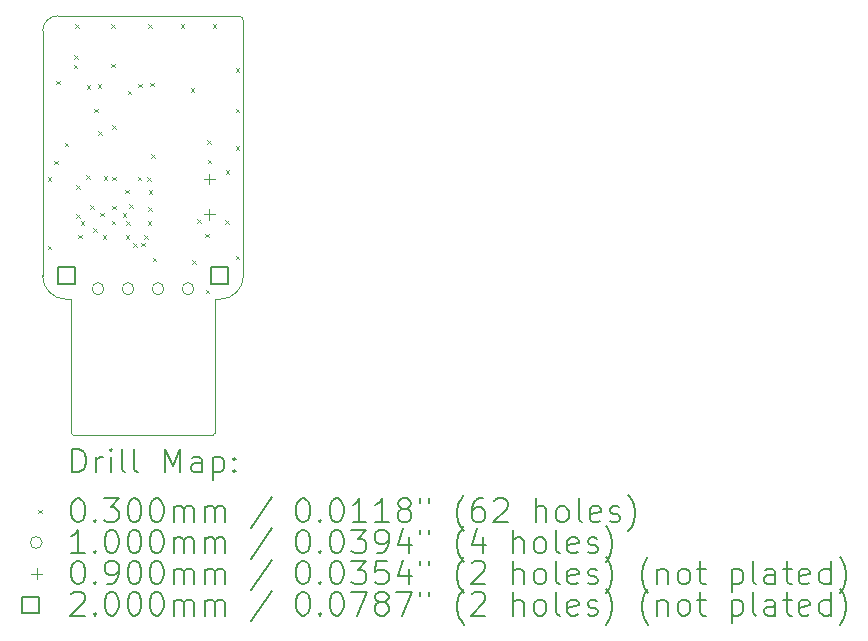
<source format=gbr>
%FSLAX45Y45*%
G04 Gerber Fmt 4.5, Leading zero omitted, Abs format (unit mm)*
G04 Created by KiCad (PCBNEW (5.99.0-7706-gdc1c80beb8)) date 2020-12-31 13:50:07*
%MOMM*%
%LPD*%
G01*
G04 APERTURE LIST*
%TA.AperFunction,Profile*%
%ADD10C,0.100000*%
%TD*%
%ADD11C,0.200000*%
%ADD12C,0.030000*%
%ADD13C,0.100000*%
%ADD14C,0.090000*%
G04 APERTURE END LIST*
D10*
X15650000Y-8850000D02*
G75*
G03*
X15850000Y-8650000I0J200000D01*
G01*
X14350000Y-8850000D02*
G75*
G02*
X14150000Y-8650000I0J200000D01*
G01*
X15650000Y-8850000D02*
X15610000Y-8850000D01*
X15595000Y-10000000D02*
X14405000Y-10000000D01*
X14150000Y-8650000D02*
X14150000Y-6577500D01*
X15850000Y-6490000D02*
X15850000Y-8650000D01*
X15610000Y-8850000D02*
X15610000Y-9985000D01*
X14150000Y-6577500D02*
G75*
G02*
X14277500Y-6450000I127500J0D01*
G01*
X15810000Y-6450000D02*
G75*
G02*
X15850000Y-6490000I0J-40000D01*
G01*
X14277500Y-6450000D02*
X15810000Y-6450000D01*
X14390000Y-9985000D02*
X14390000Y-8850000D01*
X14350000Y-8850000D02*
X14390000Y-8850000D01*
X14390000Y-9985000D02*
G75*
G03*
X14405000Y-10000000I15000J0D01*
G01*
X15610000Y-9985000D02*
G75*
G02*
X15595000Y-10000000I-15000J0D01*
G01*
D11*
D12*
X14192500Y-8397500D02*
X14222500Y-8427500D01*
X14222500Y-8397500D02*
X14192500Y-8427500D01*
X14193127Y-7815627D02*
X14223127Y-7845627D01*
X14223127Y-7815627D02*
X14193127Y-7845627D01*
X14247500Y-7675000D02*
X14277500Y-7705000D01*
X14277500Y-7675000D02*
X14247500Y-7705000D01*
X14267500Y-6997500D02*
X14297500Y-7027500D01*
X14297500Y-6997500D02*
X14267500Y-7027500D01*
X14339000Y-7523000D02*
X14369000Y-7553000D01*
X14369000Y-7523000D02*
X14339000Y-7553000D01*
X14415000Y-6862500D02*
X14445000Y-6892500D01*
X14445000Y-6862500D02*
X14415000Y-6892500D01*
X14418500Y-6782500D02*
X14448500Y-6812500D01*
X14448500Y-6782500D02*
X14418500Y-6812500D01*
X14425000Y-6520000D02*
X14455000Y-6550000D01*
X14455000Y-6520000D02*
X14425000Y-6550000D01*
X14432649Y-7882501D02*
X14462649Y-7912501D01*
X14462649Y-7882501D02*
X14432649Y-7912501D01*
X14435000Y-8130000D02*
X14465000Y-8160000D01*
X14465000Y-8130000D02*
X14435000Y-8160000D01*
X14451000Y-8303000D02*
X14481000Y-8333000D01*
X14481000Y-8303000D02*
X14451000Y-8333000D01*
X14472500Y-8190000D02*
X14502500Y-8220000D01*
X14502500Y-8190000D02*
X14472500Y-8220000D01*
X14517500Y-7800000D02*
X14547500Y-7830000D01*
X14547500Y-7800000D02*
X14517500Y-7830000D01*
X14522000Y-7037000D02*
X14552000Y-7067000D01*
X14552000Y-7037000D02*
X14522000Y-7067000D01*
X14555001Y-8052000D02*
X14585001Y-8082000D01*
X14585001Y-8052000D02*
X14555001Y-8082000D01*
X14580000Y-8247500D02*
X14610000Y-8277500D01*
X14610000Y-8247500D02*
X14580000Y-8277500D01*
X14585000Y-7237500D02*
X14615000Y-7267500D01*
X14615000Y-7237500D02*
X14585000Y-7267500D01*
X14617000Y-7031000D02*
X14647000Y-7061000D01*
X14647000Y-7031000D02*
X14617000Y-7061000D01*
X14620000Y-7425000D02*
X14650000Y-7455000D01*
X14650000Y-7425000D02*
X14620000Y-7455000D01*
X14637000Y-8117000D02*
X14667000Y-8147000D01*
X14667000Y-8117000D02*
X14637000Y-8147000D01*
X14658000Y-8307000D02*
X14688000Y-8337000D01*
X14688000Y-8307000D02*
X14658000Y-8337000D01*
X14667500Y-7810000D02*
X14697500Y-7840000D01*
X14697500Y-7810000D02*
X14667500Y-7840000D01*
X14730000Y-6520000D02*
X14760000Y-6550000D01*
X14760000Y-6520000D02*
X14730000Y-6550000D01*
X14730000Y-6855000D02*
X14760000Y-6885000D01*
X14760000Y-6855000D02*
X14730000Y-6885000D01*
X14735000Y-8186000D02*
X14765000Y-8216000D01*
X14765000Y-8186000D02*
X14735000Y-8216000D01*
X14737500Y-7377500D02*
X14767500Y-7407500D01*
X14767500Y-7377500D02*
X14737500Y-7407500D01*
X14738000Y-7812000D02*
X14768000Y-7842000D01*
X14768000Y-7812000D02*
X14738000Y-7842000D01*
X14738337Y-8058715D02*
X14768337Y-8088715D01*
X14768337Y-8058715D02*
X14738337Y-8088715D01*
X14827000Y-8122000D02*
X14857000Y-8152000D01*
X14857000Y-8122000D02*
X14827000Y-8152000D01*
X14848000Y-7924000D02*
X14878000Y-7954000D01*
X14878000Y-7924000D02*
X14848000Y-7954000D01*
X14854000Y-8307000D02*
X14884000Y-8337000D01*
X14884000Y-8307000D02*
X14854000Y-8337000D01*
X14856000Y-8190000D02*
X14886000Y-8220000D01*
X14886000Y-8190000D02*
X14856000Y-8220000D01*
X14870000Y-7085000D02*
X14900000Y-7115000D01*
X14900000Y-7085000D02*
X14870000Y-7115000D01*
X14884000Y-8046000D02*
X14914000Y-8076000D01*
X14914000Y-8046000D02*
X14884000Y-8076000D01*
X14917040Y-8373320D02*
X14947040Y-8403320D01*
X14947040Y-8373320D02*
X14917040Y-8403320D01*
X14956000Y-7814000D02*
X14986000Y-7844000D01*
X14986000Y-7814000D02*
X14956000Y-7844000D01*
X14960000Y-7025000D02*
X14990000Y-7055000D01*
X14990000Y-7025000D02*
X14960000Y-7055000D01*
X14985000Y-8372000D02*
X15015000Y-8402000D01*
X15015000Y-8372000D02*
X14985000Y-8402000D01*
X15008309Y-8307557D02*
X15038309Y-8337557D01*
X15038309Y-8307557D02*
X15008309Y-8337557D01*
X15035000Y-7817500D02*
X15065000Y-7847500D01*
X15065000Y-7817500D02*
X15035000Y-7847500D01*
X15040000Y-8187000D02*
X15070000Y-8217000D01*
X15070000Y-8187000D02*
X15040000Y-8217000D01*
X15042000Y-8072000D02*
X15072000Y-8102000D01*
X15072000Y-8072000D02*
X15042000Y-8102000D01*
X15045000Y-6520000D02*
X15075000Y-6550000D01*
X15075000Y-6520000D02*
X15045000Y-6550000D01*
X15047500Y-7925000D02*
X15077500Y-7955000D01*
X15077500Y-7925000D02*
X15047500Y-7955000D01*
X15060000Y-7015000D02*
X15090000Y-7045000D01*
X15090000Y-7015000D02*
X15060000Y-7045000D01*
X15070000Y-7620000D02*
X15100000Y-7650000D01*
X15100000Y-7620000D02*
X15070000Y-7650000D01*
X15082000Y-8499000D02*
X15112000Y-8529000D01*
X15112000Y-8499000D02*
X15082000Y-8529000D01*
X15320000Y-6520000D02*
X15350000Y-6550000D01*
X15350000Y-6520000D02*
X15320000Y-6550000D01*
X15405000Y-7065000D02*
X15435000Y-7095000D01*
X15435000Y-7065000D02*
X15405000Y-7095000D01*
X15417500Y-8520000D02*
X15447500Y-8550000D01*
X15447500Y-8520000D02*
X15417500Y-8550000D01*
X15458603Y-8170878D02*
X15488603Y-8200878D01*
X15488603Y-8170878D02*
X15458603Y-8200878D01*
X15525000Y-8295000D02*
X15555000Y-8325000D01*
X15555000Y-8295000D02*
X15525000Y-8325000D01*
X15530000Y-8770000D02*
X15560000Y-8800000D01*
X15560000Y-8770000D02*
X15530000Y-8800000D01*
X15545000Y-7502500D02*
X15575000Y-7532500D01*
X15575000Y-7502500D02*
X15545000Y-7532500D01*
X15548500Y-7667500D02*
X15578500Y-7697500D01*
X15578500Y-7667500D02*
X15548500Y-7697500D01*
X15590000Y-6520000D02*
X15620000Y-6550000D01*
X15620000Y-6520000D02*
X15590000Y-6550000D01*
X15698000Y-8181000D02*
X15728000Y-8211000D01*
X15728000Y-8181000D02*
X15698000Y-8211000D01*
X15700000Y-7755000D02*
X15730000Y-7785000D01*
X15730000Y-7755000D02*
X15700000Y-7785000D01*
X15785000Y-6895000D02*
X15815000Y-6925000D01*
X15815000Y-6895000D02*
X15785000Y-6925000D01*
X15785000Y-7235000D02*
X15815000Y-7265000D01*
X15815000Y-7235000D02*
X15785000Y-7265000D01*
X15785000Y-7555000D02*
X15815000Y-7585000D01*
X15815000Y-7555000D02*
X15785000Y-7585000D01*
X15785000Y-8480000D02*
X15815000Y-8510000D01*
X15815000Y-8480000D02*
X15785000Y-8510000D01*
D13*
X14669000Y-8760000D02*
G75*
G03*
X14669000Y-8760000I-50000J0D01*
G01*
X14923000Y-8760000D02*
G75*
G03*
X14923000Y-8760000I-50000J0D01*
G01*
X15177000Y-8760000D02*
G75*
G03*
X15177000Y-8760000I-50000J0D01*
G01*
X15431000Y-8760000D02*
G75*
G03*
X15431000Y-8760000I-50000J0D01*
G01*
D14*
X15562500Y-7785000D02*
X15562500Y-7875000D01*
X15517500Y-7830000D02*
X15607500Y-7830000D01*
X15562500Y-8085000D02*
X15562500Y-8175000D01*
X15517500Y-8130000D02*
X15607500Y-8130000D01*
D11*
X14420711Y-8720711D02*
X14420711Y-8579289D01*
X14279289Y-8579289D01*
X14279289Y-8720711D01*
X14420711Y-8720711D01*
X15720711Y-8720711D02*
X15720711Y-8579289D01*
X15579289Y-8579289D01*
X15579289Y-8720711D01*
X15720711Y-8720711D01*
X14402619Y-10315476D02*
X14402619Y-10115476D01*
X14450238Y-10115476D01*
X14478810Y-10125000D01*
X14497857Y-10144048D01*
X14507381Y-10163095D01*
X14516905Y-10201190D01*
X14516905Y-10229762D01*
X14507381Y-10267857D01*
X14497857Y-10286905D01*
X14478810Y-10305952D01*
X14450238Y-10315476D01*
X14402619Y-10315476D01*
X14602619Y-10315476D02*
X14602619Y-10182143D01*
X14602619Y-10220238D02*
X14612143Y-10201190D01*
X14621667Y-10191667D01*
X14640714Y-10182143D01*
X14659762Y-10182143D01*
X14726429Y-10315476D02*
X14726429Y-10182143D01*
X14726429Y-10115476D02*
X14716905Y-10125000D01*
X14726429Y-10134524D01*
X14735952Y-10125000D01*
X14726429Y-10115476D01*
X14726429Y-10134524D01*
X14850238Y-10315476D02*
X14831190Y-10305952D01*
X14821667Y-10286905D01*
X14821667Y-10115476D01*
X14955000Y-10315476D02*
X14935952Y-10305952D01*
X14926429Y-10286905D01*
X14926429Y-10115476D01*
X15183571Y-10315476D02*
X15183571Y-10115476D01*
X15250238Y-10258333D01*
X15316905Y-10115476D01*
X15316905Y-10315476D01*
X15497857Y-10315476D02*
X15497857Y-10210714D01*
X15488333Y-10191667D01*
X15469286Y-10182143D01*
X15431190Y-10182143D01*
X15412143Y-10191667D01*
X15497857Y-10305952D02*
X15478810Y-10315476D01*
X15431190Y-10315476D01*
X15412143Y-10305952D01*
X15402619Y-10286905D01*
X15402619Y-10267857D01*
X15412143Y-10248810D01*
X15431190Y-10239286D01*
X15478810Y-10239286D01*
X15497857Y-10229762D01*
X15593095Y-10182143D02*
X15593095Y-10382143D01*
X15593095Y-10191667D02*
X15612143Y-10182143D01*
X15650238Y-10182143D01*
X15669286Y-10191667D01*
X15678810Y-10201190D01*
X15688333Y-10220238D01*
X15688333Y-10277381D01*
X15678810Y-10296429D01*
X15669286Y-10305952D01*
X15650238Y-10315476D01*
X15612143Y-10315476D01*
X15593095Y-10305952D01*
X15774048Y-10296429D02*
X15783571Y-10305952D01*
X15774048Y-10315476D01*
X15764524Y-10305952D01*
X15774048Y-10296429D01*
X15774048Y-10315476D01*
X15774048Y-10191667D02*
X15783571Y-10201190D01*
X15774048Y-10210714D01*
X15764524Y-10201190D01*
X15774048Y-10191667D01*
X15774048Y-10210714D01*
D12*
X14115000Y-10630000D02*
X14145000Y-10660000D01*
X14145000Y-10630000D02*
X14115000Y-10660000D01*
D11*
X14440714Y-10535476D02*
X14459762Y-10535476D01*
X14478810Y-10545000D01*
X14488333Y-10554524D01*
X14497857Y-10573571D01*
X14507381Y-10611667D01*
X14507381Y-10659286D01*
X14497857Y-10697381D01*
X14488333Y-10716429D01*
X14478810Y-10725952D01*
X14459762Y-10735476D01*
X14440714Y-10735476D01*
X14421667Y-10725952D01*
X14412143Y-10716429D01*
X14402619Y-10697381D01*
X14393095Y-10659286D01*
X14393095Y-10611667D01*
X14402619Y-10573571D01*
X14412143Y-10554524D01*
X14421667Y-10545000D01*
X14440714Y-10535476D01*
X14593095Y-10716429D02*
X14602619Y-10725952D01*
X14593095Y-10735476D01*
X14583571Y-10725952D01*
X14593095Y-10716429D01*
X14593095Y-10735476D01*
X14669286Y-10535476D02*
X14793095Y-10535476D01*
X14726429Y-10611667D01*
X14755000Y-10611667D01*
X14774048Y-10621190D01*
X14783571Y-10630714D01*
X14793095Y-10649762D01*
X14793095Y-10697381D01*
X14783571Y-10716429D01*
X14774048Y-10725952D01*
X14755000Y-10735476D01*
X14697857Y-10735476D01*
X14678810Y-10725952D01*
X14669286Y-10716429D01*
X14916905Y-10535476D02*
X14935952Y-10535476D01*
X14955000Y-10545000D01*
X14964524Y-10554524D01*
X14974048Y-10573571D01*
X14983571Y-10611667D01*
X14983571Y-10659286D01*
X14974048Y-10697381D01*
X14964524Y-10716429D01*
X14955000Y-10725952D01*
X14935952Y-10735476D01*
X14916905Y-10735476D01*
X14897857Y-10725952D01*
X14888333Y-10716429D01*
X14878810Y-10697381D01*
X14869286Y-10659286D01*
X14869286Y-10611667D01*
X14878810Y-10573571D01*
X14888333Y-10554524D01*
X14897857Y-10545000D01*
X14916905Y-10535476D01*
X15107381Y-10535476D02*
X15126429Y-10535476D01*
X15145476Y-10545000D01*
X15155000Y-10554524D01*
X15164524Y-10573571D01*
X15174048Y-10611667D01*
X15174048Y-10659286D01*
X15164524Y-10697381D01*
X15155000Y-10716429D01*
X15145476Y-10725952D01*
X15126429Y-10735476D01*
X15107381Y-10735476D01*
X15088333Y-10725952D01*
X15078810Y-10716429D01*
X15069286Y-10697381D01*
X15059762Y-10659286D01*
X15059762Y-10611667D01*
X15069286Y-10573571D01*
X15078810Y-10554524D01*
X15088333Y-10545000D01*
X15107381Y-10535476D01*
X15259762Y-10735476D02*
X15259762Y-10602143D01*
X15259762Y-10621190D02*
X15269286Y-10611667D01*
X15288333Y-10602143D01*
X15316905Y-10602143D01*
X15335952Y-10611667D01*
X15345476Y-10630714D01*
X15345476Y-10735476D01*
X15345476Y-10630714D02*
X15355000Y-10611667D01*
X15374048Y-10602143D01*
X15402619Y-10602143D01*
X15421667Y-10611667D01*
X15431190Y-10630714D01*
X15431190Y-10735476D01*
X15526429Y-10735476D02*
X15526429Y-10602143D01*
X15526429Y-10621190D02*
X15535952Y-10611667D01*
X15555000Y-10602143D01*
X15583571Y-10602143D01*
X15602619Y-10611667D01*
X15612143Y-10630714D01*
X15612143Y-10735476D01*
X15612143Y-10630714D02*
X15621667Y-10611667D01*
X15640714Y-10602143D01*
X15669286Y-10602143D01*
X15688333Y-10611667D01*
X15697857Y-10630714D01*
X15697857Y-10735476D01*
X16088333Y-10525952D02*
X15916905Y-10783095D01*
X16345476Y-10535476D02*
X16364524Y-10535476D01*
X16383571Y-10545000D01*
X16393095Y-10554524D01*
X16402619Y-10573571D01*
X16412143Y-10611667D01*
X16412143Y-10659286D01*
X16402619Y-10697381D01*
X16393095Y-10716429D01*
X16383571Y-10725952D01*
X16364524Y-10735476D01*
X16345476Y-10735476D01*
X16326429Y-10725952D01*
X16316905Y-10716429D01*
X16307381Y-10697381D01*
X16297857Y-10659286D01*
X16297857Y-10611667D01*
X16307381Y-10573571D01*
X16316905Y-10554524D01*
X16326429Y-10545000D01*
X16345476Y-10535476D01*
X16497857Y-10716429D02*
X16507381Y-10725952D01*
X16497857Y-10735476D01*
X16488333Y-10725952D01*
X16497857Y-10716429D01*
X16497857Y-10735476D01*
X16631190Y-10535476D02*
X16650238Y-10535476D01*
X16669286Y-10545000D01*
X16678810Y-10554524D01*
X16688333Y-10573571D01*
X16697857Y-10611667D01*
X16697857Y-10659286D01*
X16688333Y-10697381D01*
X16678810Y-10716429D01*
X16669286Y-10725952D01*
X16650238Y-10735476D01*
X16631190Y-10735476D01*
X16612143Y-10725952D01*
X16602619Y-10716429D01*
X16593095Y-10697381D01*
X16583571Y-10659286D01*
X16583571Y-10611667D01*
X16593095Y-10573571D01*
X16602619Y-10554524D01*
X16612143Y-10545000D01*
X16631190Y-10535476D01*
X16888333Y-10735476D02*
X16774048Y-10735476D01*
X16831190Y-10735476D02*
X16831190Y-10535476D01*
X16812143Y-10564048D01*
X16793095Y-10583095D01*
X16774048Y-10592619D01*
X17078810Y-10735476D02*
X16964524Y-10735476D01*
X17021667Y-10735476D02*
X17021667Y-10535476D01*
X17002619Y-10564048D01*
X16983571Y-10583095D01*
X16964524Y-10592619D01*
X17193095Y-10621190D02*
X17174048Y-10611667D01*
X17164524Y-10602143D01*
X17155000Y-10583095D01*
X17155000Y-10573571D01*
X17164524Y-10554524D01*
X17174048Y-10545000D01*
X17193095Y-10535476D01*
X17231190Y-10535476D01*
X17250238Y-10545000D01*
X17259762Y-10554524D01*
X17269286Y-10573571D01*
X17269286Y-10583095D01*
X17259762Y-10602143D01*
X17250238Y-10611667D01*
X17231190Y-10621190D01*
X17193095Y-10621190D01*
X17174048Y-10630714D01*
X17164524Y-10640238D01*
X17155000Y-10659286D01*
X17155000Y-10697381D01*
X17164524Y-10716429D01*
X17174048Y-10725952D01*
X17193095Y-10735476D01*
X17231190Y-10735476D01*
X17250238Y-10725952D01*
X17259762Y-10716429D01*
X17269286Y-10697381D01*
X17269286Y-10659286D01*
X17259762Y-10640238D01*
X17250238Y-10630714D01*
X17231190Y-10621190D01*
X17345476Y-10535476D02*
X17345476Y-10573571D01*
X17421667Y-10535476D02*
X17421667Y-10573571D01*
X17716905Y-10811667D02*
X17707381Y-10802143D01*
X17688333Y-10773571D01*
X17678810Y-10754524D01*
X17669286Y-10725952D01*
X17659762Y-10678333D01*
X17659762Y-10640238D01*
X17669286Y-10592619D01*
X17678810Y-10564048D01*
X17688333Y-10545000D01*
X17707381Y-10516429D01*
X17716905Y-10506905D01*
X17878810Y-10535476D02*
X17840714Y-10535476D01*
X17821667Y-10545000D01*
X17812143Y-10554524D01*
X17793095Y-10583095D01*
X17783571Y-10621190D01*
X17783571Y-10697381D01*
X17793095Y-10716429D01*
X17802619Y-10725952D01*
X17821667Y-10735476D01*
X17859762Y-10735476D01*
X17878810Y-10725952D01*
X17888333Y-10716429D01*
X17897857Y-10697381D01*
X17897857Y-10649762D01*
X17888333Y-10630714D01*
X17878810Y-10621190D01*
X17859762Y-10611667D01*
X17821667Y-10611667D01*
X17802619Y-10621190D01*
X17793095Y-10630714D01*
X17783571Y-10649762D01*
X17974048Y-10554524D02*
X17983571Y-10545000D01*
X18002619Y-10535476D01*
X18050238Y-10535476D01*
X18069286Y-10545000D01*
X18078810Y-10554524D01*
X18088333Y-10573571D01*
X18088333Y-10592619D01*
X18078810Y-10621190D01*
X17964524Y-10735476D01*
X18088333Y-10735476D01*
X18326429Y-10735476D02*
X18326429Y-10535476D01*
X18412143Y-10735476D02*
X18412143Y-10630714D01*
X18402619Y-10611667D01*
X18383571Y-10602143D01*
X18355000Y-10602143D01*
X18335952Y-10611667D01*
X18326429Y-10621190D01*
X18535952Y-10735476D02*
X18516905Y-10725952D01*
X18507381Y-10716429D01*
X18497857Y-10697381D01*
X18497857Y-10640238D01*
X18507381Y-10621190D01*
X18516905Y-10611667D01*
X18535952Y-10602143D01*
X18564524Y-10602143D01*
X18583571Y-10611667D01*
X18593095Y-10621190D01*
X18602619Y-10640238D01*
X18602619Y-10697381D01*
X18593095Y-10716429D01*
X18583571Y-10725952D01*
X18564524Y-10735476D01*
X18535952Y-10735476D01*
X18716905Y-10735476D02*
X18697857Y-10725952D01*
X18688333Y-10706905D01*
X18688333Y-10535476D01*
X18869286Y-10725952D02*
X18850238Y-10735476D01*
X18812143Y-10735476D01*
X18793095Y-10725952D01*
X18783571Y-10706905D01*
X18783571Y-10630714D01*
X18793095Y-10611667D01*
X18812143Y-10602143D01*
X18850238Y-10602143D01*
X18869286Y-10611667D01*
X18878810Y-10630714D01*
X18878810Y-10649762D01*
X18783571Y-10668810D01*
X18955000Y-10725952D02*
X18974048Y-10735476D01*
X19012143Y-10735476D01*
X19031190Y-10725952D01*
X19040714Y-10706905D01*
X19040714Y-10697381D01*
X19031190Y-10678333D01*
X19012143Y-10668810D01*
X18983571Y-10668810D01*
X18964524Y-10659286D01*
X18955000Y-10640238D01*
X18955000Y-10630714D01*
X18964524Y-10611667D01*
X18983571Y-10602143D01*
X19012143Y-10602143D01*
X19031190Y-10611667D01*
X19107381Y-10811667D02*
X19116905Y-10802143D01*
X19135952Y-10773571D01*
X19145476Y-10754524D01*
X19155000Y-10725952D01*
X19164524Y-10678333D01*
X19164524Y-10640238D01*
X19155000Y-10592619D01*
X19145476Y-10564048D01*
X19135952Y-10545000D01*
X19116905Y-10516429D01*
X19107381Y-10506905D01*
D13*
X14145000Y-10909000D02*
G75*
G03*
X14145000Y-10909000I-50000J0D01*
G01*
D11*
X14507381Y-10999476D02*
X14393095Y-10999476D01*
X14450238Y-10999476D02*
X14450238Y-10799476D01*
X14431190Y-10828048D01*
X14412143Y-10847095D01*
X14393095Y-10856619D01*
X14593095Y-10980429D02*
X14602619Y-10989952D01*
X14593095Y-10999476D01*
X14583571Y-10989952D01*
X14593095Y-10980429D01*
X14593095Y-10999476D01*
X14726429Y-10799476D02*
X14745476Y-10799476D01*
X14764524Y-10809000D01*
X14774048Y-10818524D01*
X14783571Y-10837571D01*
X14793095Y-10875667D01*
X14793095Y-10923286D01*
X14783571Y-10961381D01*
X14774048Y-10980429D01*
X14764524Y-10989952D01*
X14745476Y-10999476D01*
X14726429Y-10999476D01*
X14707381Y-10989952D01*
X14697857Y-10980429D01*
X14688333Y-10961381D01*
X14678810Y-10923286D01*
X14678810Y-10875667D01*
X14688333Y-10837571D01*
X14697857Y-10818524D01*
X14707381Y-10809000D01*
X14726429Y-10799476D01*
X14916905Y-10799476D02*
X14935952Y-10799476D01*
X14955000Y-10809000D01*
X14964524Y-10818524D01*
X14974048Y-10837571D01*
X14983571Y-10875667D01*
X14983571Y-10923286D01*
X14974048Y-10961381D01*
X14964524Y-10980429D01*
X14955000Y-10989952D01*
X14935952Y-10999476D01*
X14916905Y-10999476D01*
X14897857Y-10989952D01*
X14888333Y-10980429D01*
X14878810Y-10961381D01*
X14869286Y-10923286D01*
X14869286Y-10875667D01*
X14878810Y-10837571D01*
X14888333Y-10818524D01*
X14897857Y-10809000D01*
X14916905Y-10799476D01*
X15107381Y-10799476D02*
X15126429Y-10799476D01*
X15145476Y-10809000D01*
X15155000Y-10818524D01*
X15164524Y-10837571D01*
X15174048Y-10875667D01*
X15174048Y-10923286D01*
X15164524Y-10961381D01*
X15155000Y-10980429D01*
X15145476Y-10989952D01*
X15126429Y-10999476D01*
X15107381Y-10999476D01*
X15088333Y-10989952D01*
X15078810Y-10980429D01*
X15069286Y-10961381D01*
X15059762Y-10923286D01*
X15059762Y-10875667D01*
X15069286Y-10837571D01*
X15078810Y-10818524D01*
X15088333Y-10809000D01*
X15107381Y-10799476D01*
X15259762Y-10999476D02*
X15259762Y-10866143D01*
X15259762Y-10885190D02*
X15269286Y-10875667D01*
X15288333Y-10866143D01*
X15316905Y-10866143D01*
X15335952Y-10875667D01*
X15345476Y-10894714D01*
X15345476Y-10999476D01*
X15345476Y-10894714D02*
X15355000Y-10875667D01*
X15374048Y-10866143D01*
X15402619Y-10866143D01*
X15421667Y-10875667D01*
X15431190Y-10894714D01*
X15431190Y-10999476D01*
X15526429Y-10999476D02*
X15526429Y-10866143D01*
X15526429Y-10885190D02*
X15535952Y-10875667D01*
X15555000Y-10866143D01*
X15583571Y-10866143D01*
X15602619Y-10875667D01*
X15612143Y-10894714D01*
X15612143Y-10999476D01*
X15612143Y-10894714D02*
X15621667Y-10875667D01*
X15640714Y-10866143D01*
X15669286Y-10866143D01*
X15688333Y-10875667D01*
X15697857Y-10894714D01*
X15697857Y-10999476D01*
X16088333Y-10789952D02*
X15916905Y-11047095D01*
X16345476Y-10799476D02*
X16364524Y-10799476D01*
X16383571Y-10809000D01*
X16393095Y-10818524D01*
X16402619Y-10837571D01*
X16412143Y-10875667D01*
X16412143Y-10923286D01*
X16402619Y-10961381D01*
X16393095Y-10980429D01*
X16383571Y-10989952D01*
X16364524Y-10999476D01*
X16345476Y-10999476D01*
X16326429Y-10989952D01*
X16316905Y-10980429D01*
X16307381Y-10961381D01*
X16297857Y-10923286D01*
X16297857Y-10875667D01*
X16307381Y-10837571D01*
X16316905Y-10818524D01*
X16326429Y-10809000D01*
X16345476Y-10799476D01*
X16497857Y-10980429D02*
X16507381Y-10989952D01*
X16497857Y-10999476D01*
X16488333Y-10989952D01*
X16497857Y-10980429D01*
X16497857Y-10999476D01*
X16631190Y-10799476D02*
X16650238Y-10799476D01*
X16669286Y-10809000D01*
X16678810Y-10818524D01*
X16688333Y-10837571D01*
X16697857Y-10875667D01*
X16697857Y-10923286D01*
X16688333Y-10961381D01*
X16678810Y-10980429D01*
X16669286Y-10989952D01*
X16650238Y-10999476D01*
X16631190Y-10999476D01*
X16612143Y-10989952D01*
X16602619Y-10980429D01*
X16593095Y-10961381D01*
X16583571Y-10923286D01*
X16583571Y-10875667D01*
X16593095Y-10837571D01*
X16602619Y-10818524D01*
X16612143Y-10809000D01*
X16631190Y-10799476D01*
X16764524Y-10799476D02*
X16888333Y-10799476D01*
X16821667Y-10875667D01*
X16850238Y-10875667D01*
X16869286Y-10885190D01*
X16878810Y-10894714D01*
X16888333Y-10913762D01*
X16888333Y-10961381D01*
X16878810Y-10980429D01*
X16869286Y-10989952D01*
X16850238Y-10999476D01*
X16793095Y-10999476D01*
X16774048Y-10989952D01*
X16764524Y-10980429D01*
X16983571Y-10999476D02*
X17021667Y-10999476D01*
X17040714Y-10989952D01*
X17050238Y-10980429D01*
X17069286Y-10951857D01*
X17078810Y-10913762D01*
X17078810Y-10837571D01*
X17069286Y-10818524D01*
X17059762Y-10809000D01*
X17040714Y-10799476D01*
X17002619Y-10799476D01*
X16983571Y-10809000D01*
X16974048Y-10818524D01*
X16964524Y-10837571D01*
X16964524Y-10885190D01*
X16974048Y-10904238D01*
X16983571Y-10913762D01*
X17002619Y-10923286D01*
X17040714Y-10923286D01*
X17059762Y-10913762D01*
X17069286Y-10904238D01*
X17078810Y-10885190D01*
X17250238Y-10866143D02*
X17250238Y-10999476D01*
X17202619Y-10789952D02*
X17155000Y-10932810D01*
X17278810Y-10932810D01*
X17345476Y-10799476D02*
X17345476Y-10837571D01*
X17421667Y-10799476D02*
X17421667Y-10837571D01*
X17716905Y-11075667D02*
X17707381Y-11066143D01*
X17688333Y-11037571D01*
X17678810Y-11018524D01*
X17669286Y-10989952D01*
X17659762Y-10942333D01*
X17659762Y-10904238D01*
X17669286Y-10856619D01*
X17678810Y-10828048D01*
X17688333Y-10809000D01*
X17707381Y-10780429D01*
X17716905Y-10770905D01*
X17878810Y-10866143D02*
X17878810Y-10999476D01*
X17831190Y-10789952D02*
X17783571Y-10932810D01*
X17907381Y-10932810D01*
X18135952Y-10999476D02*
X18135952Y-10799476D01*
X18221667Y-10999476D02*
X18221667Y-10894714D01*
X18212143Y-10875667D01*
X18193095Y-10866143D01*
X18164524Y-10866143D01*
X18145476Y-10875667D01*
X18135952Y-10885190D01*
X18345476Y-10999476D02*
X18326429Y-10989952D01*
X18316905Y-10980429D01*
X18307381Y-10961381D01*
X18307381Y-10904238D01*
X18316905Y-10885190D01*
X18326429Y-10875667D01*
X18345476Y-10866143D01*
X18374048Y-10866143D01*
X18393095Y-10875667D01*
X18402619Y-10885190D01*
X18412143Y-10904238D01*
X18412143Y-10961381D01*
X18402619Y-10980429D01*
X18393095Y-10989952D01*
X18374048Y-10999476D01*
X18345476Y-10999476D01*
X18526429Y-10999476D02*
X18507381Y-10989952D01*
X18497857Y-10970905D01*
X18497857Y-10799476D01*
X18678810Y-10989952D02*
X18659762Y-10999476D01*
X18621667Y-10999476D01*
X18602619Y-10989952D01*
X18593095Y-10970905D01*
X18593095Y-10894714D01*
X18602619Y-10875667D01*
X18621667Y-10866143D01*
X18659762Y-10866143D01*
X18678810Y-10875667D01*
X18688333Y-10894714D01*
X18688333Y-10913762D01*
X18593095Y-10932810D01*
X18764524Y-10989952D02*
X18783571Y-10999476D01*
X18821667Y-10999476D01*
X18840714Y-10989952D01*
X18850238Y-10970905D01*
X18850238Y-10961381D01*
X18840714Y-10942333D01*
X18821667Y-10932810D01*
X18793095Y-10932810D01*
X18774048Y-10923286D01*
X18764524Y-10904238D01*
X18764524Y-10894714D01*
X18774048Y-10875667D01*
X18793095Y-10866143D01*
X18821667Y-10866143D01*
X18840714Y-10875667D01*
X18916905Y-11075667D02*
X18926429Y-11066143D01*
X18945476Y-11037571D01*
X18955000Y-11018524D01*
X18964524Y-10989952D01*
X18974048Y-10942333D01*
X18974048Y-10904238D01*
X18964524Y-10856619D01*
X18955000Y-10828048D01*
X18945476Y-10809000D01*
X18926429Y-10780429D01*
X18916905Y-10770905D01*
D14*
X14100000Y-11128000D02*
X14100000Y-11218000D01*
X14055000Y-11173000D02*
X14145000Y-11173000D01*
D11*
X14440714Y-11063476D02*
X14459762Y-11063476D01*
X14478810Y-11073000D01*
X14488333Y-11082524D01*
X14497857Y-11101571D01*
X14507381Y-11139667D01*
X14507381Y-11187286D01*
X14497857Y-11225381D01*
X14488333Y-11244429D01*
X14478810Y-11253952D01*
X14459762Y-11263476D01*
X14440714Y-11263476D01*
X14421667Y-11253952D01*
X14412143Y-11244429D01*
X14402619Y-11225381D01*
X14393095Y-11187286D01*
X14393095Y-11139667D01*
X14402619Y-11101571D01*
X14412143Y-11082524D01*
X14421667Y-11073000D01*
X14440714Y-11063476D01*
X14593095Y-11244429D02*
X14602619Y-11253952D01*
X14593095Y-11263476D01*
X14583571Y-11253952D01*
X14593095Y-11244429D01*
X14593095Y-11263476D01*
X14697857Y-11263476D02*
X14735952Y-11263476D01*
X14755000Y-11253952D01*
X14764524Y-11244429D01*
X14783571Y-11215857D01*
X14793095Y-11177762D01*
X14793095Y-11101571D01*
X14783571Y-11082524D01*
X14774048Y-11073000D01*
X14755000Y-11063476D01*
X14716905Y-11063476D01*
X14697857Y-11073000D01*
X14688333Y-11082524D01*
X14678810Y-11101571D01*
X14678810Y-11149190D01*
X14688333Y-11168238D01*
X14697857Y-11177762D01*
X14716905Y-11187286D01*
X14755000Y-11187286D01*
X14774048Y-11177762D01*
X14783571Y-11168238D01*
X14793095Y-11149190D01*
X14916905Y-11063476D02*
X14935952Y-11063476D01*
X14955000Y-11073000D01*
X14964524Y-11082524D01*
X14974048Y-11101571D01*
X14983571Y-11139667D01*
X14983571Y-11187286D01*
X14974048Y-11225381D01*
X14964524Y-11244429D01*
X14955000Y-11253952D01*
X14935952Y-11263476D01*
X14916905Y-11263476D01*
X14897857Y-11253952D01*
X14888333Y-11244429D01*
X14878810Y-11225381D01*
X14869286Y-11187286D01*
X14869286Y-11139667D01*
X14878810Y-11101571D01*
X14888333Y-11082524D01*
X14897857Y-11073000D01*
X14916905Y-11063476D01*
X15107381Y-11063476D02*
X15126429Y-11063476D01*
X15145476Y-11073000D01*
X15155000Y-11082524D01*
X15164524Y-11101571D01*
X15174048Y-11139667D01*
X15174048Y-11187286D01*
X15164524Y-11225381D01*
X15155000Y-11244429D01*
X15145476Y-11253952D01*
X15126429Y-11263476D01*
X15107381Y-11263476D01*
X15088333Y-11253952D01*
X15078810Y-11244429D01*
X15069286Y-11225381D01*
X15059762Y-11187286D01*
X15059762Y-11139667D01*
X15069286Y-11101571D01*
X15078810Y-11082524D01*
X15088333Y-11073000D01*
X15107381Y-11063476D01*
X15259762Y-11263476D02*
X15259762Y-11130143D01*
X15259762Y-11149190D02*
X15269286Y-11139667D01*
X15288333Y-11130143D01*
X15316905Y-11130143D01*
X15335952Y-11139667D01*
X15345476Y-11158714D01*
X15345476Y-11263476D01*
X15345476Y-11158714D02*
X15355000Y-11139667D01*
X15374048Y-11130143D01*
X15402619Y-11130143D01*
X15421667Y-11139667D01*
X15431190Y-11158714D01*
X15431190Y-11263476D01*
X15526429Y-11263476D02*
X15526429Y-11130143D01*
X15526429Y-11149190D02*
X15535952Y-11139667D01*
X15555000Y-11130143D01*
X15583571Y-11130143D01*
X15602619Y-11139667D01*
X15612143Y-11158714D01*
X15612143Y-11263476D01*
X15612143Y-11158714D02*
X15621667Y-11139667D01*
X15640714Y-11130143D01*
X15669286Y-11130143D01*
X15688333Y-11139667D01*
X15697857Y-11158714D01*
X15697857Y-11263476D01*
X16088333Y-11053952D02*
X15916905Y-11311095D01*
X16345476Y-11063476D02*
X16364524Y-11063476D01*
X16383571Y-11073000D01*
X16393095Y-11082524D01*
X16402619Y-11101571D01*
X16412143Y-11139667D01*
X16412143Y-11187286D01*
X16402619Y-11225381D01*
X16393095Y-11244429D01*
X16383571Y-11253952D01*
X16364524Y-11263476D01*
X16345476Y-11263476D01*
X16326429Y-11253952D01*
X16316905Y-11244429D01*
X16307381Y-11225381D01*
X16297857Y-11187286D01*
X16297857Y-11139667D01*
X16307381Y-11101571D01*
X16316905Y-11082524D01*
X16326429Y-11073000D01*
X16345476Y-11063476D01*
X16497857Y-11244429D02*
X16507381Y-11253952D01*
X16497857Y-11263476D01*
X16488333Y-11253952D01*
X16497857Y-11244429D01*
X16497857Y-11263476D01*
X16631190Y-11063476D02*
X16650238Y-11063476D01*
X16669286Y-11073000D01*
X16678810Y-11082524D01*
X16688333Y-11101571D01*
X16697857Y-11139667D01*
X16697857Y-11187286D01*
X16688333Y-11225381D01*
X16678810Y-11244429D01*
X16669286Y-11253952D01*
X16650238Y-11263476D01*
X16631190Y-11263476D01*
X16612143Y-11253952D01*
X16602619Y-11244429D01*
X16593095Y-11225381D01*
X16583571Y-11187286D01*
X16583571Y-11139667D01*
X16593095Y-11101571D01*
X16602619Y-11082524D01*
X16612143Y-11073000D01*
X16631190Y-11063476D01*
X16764524Y-11063476D02*
X16888333Y-11063476D01*
X16821667Y-11139667D01*
X16850238Y-11139667D01*
X16869286Y-11149190D01*
X16878810Y-11158714D01*
X16888333Y-11177762D01*
X16888333Y-11225381D01*
X16878810Y-11244429D01*
X16869286Y-11253952D01*
X16850238Y-11263476D01*
X16793095Y-11263476D01*
X16774048Y-11253952D01*
X16764524Y-11244429D01*
X17069286Y-11063476D02*
X16974048Y-11063476D01*
X16964524Y-11158714D01*
X16974048Y-11149190D01*
X16993095Y-11139667D01*
X17040714Y-11139667D01*
X17059762Y-11149190D01*
X17069286Y-11158714D01*
X17078810Y-11177762D01*
X17078810Y-11225381D01*
X17069286Y-11244429D01*
X17059762Y-11253952D01*
X17040714Y-11263476D01*
X16993095Y-11263476D01*
X16974048Y-11253952D01*
X16964524Y-11244429D01*
X17250238Y-11130143D02*
X17250238Y-11263476D01*
X17202619Y-11053952D02*
X17155000Y-11196810D01*
X17278810Y-11196810D01*
X17345476Y-11063476D02*
X17345476Y-11101571D01*
X17421667Y-11063476D02*
X17421667Y-11101571D01*
X17716905Y-11339667D02*
X17707381Y-11330143D01*
X17688333Y-11301571D01*
X17678810Y-11282524D01*
X17669286Y-11253952D01*
X17659762Y-11206333D01*
X17659762Y-11168238D01*
X17669286Y-11120619D01*
X17678810Y-11092048D01*
X17688333Y-11073000D01*
X17707381Y-11044429D01*
X17716905Y-11034905D01*
X17783571Y-11082524D02*
X17793095Y-11073000D01*
X17812143Y-11063476D01*
X17859762Y-11063476D01*
X17878810Y-11073000D01*
X17888333Y-11082524D01*
X17897857Y-11101571D01*
X17897857Y-11120619D01*
X17888333Y-11149190D01*
X17774048Y-11263476D01*
X17897857Y-11263476D01*
X18135952Y-11263476D02*
X18135952Y-11063476D01*
X18221667Y-11263476D02*
X18221667Y-11158714D01*
X18212143Y-11139667D01*
X18193095Y-11130143D01*
X18164524Y-11130143D01*
X18145476Y-11139667D01*
X18135952Y-11149190D01*
X18345476Y-11263476D02*
X18326429Y-11253952D01*
X18316905Y-11244429D01*
X18307381Y-11225381D01*
X18307381Y-11168238D01*
X18316905Y-11149190D01*
X18326429Y-11139667D01*
X18345476Y-11130143D01*
X18374048Y-11130143D01*
X18393095Y-11139667D01*
X18402619Y-11149190D01*
X18412143Y-11168238D01*
X18412143Y-11225381D01*
X18402619Y-11244429D01*
X18393095Y-11253952D01*
X18374048Y-11263476D01*
X18345476Y-11263476D01*
X18526429Y-11263476D02*
X18507381Y-11253952D01*
X18497857Y-11234905D01*
X18497857Y-11063476D01*
X18678810Y-11253952D02*
X18659762Y-11263476D01*
X18621667Y-11263476D01*
X18602619Y-11253952D01*
X18593095Y-11234905D01*
X18593095Y-11158714D01*
X18602619Y-11139667D01*
X18621667Y-11130143D01*
X18659762Y-11130143D01*
X18678810Y-11139667D01*
X18688333Y-11158714D01*
X18688333Y-11177762D01*
X18593095Y-11196810D01*
X18764524Y-11253952D02*
X18783571Y-11263476D01*
X18821667Y-11263476D01*
X18840714Y-11253952D01*
X18850238Y-11234905D01*
X18850238Y-11225381D01*
X18840714Y-11206333D01*
X18821667Y-11196810D01*
X18793095Y-11196810D01*
X18774048Y-11187286D01*
X18764524Y-11168238D01*
X18764524Y-11158714D01*
X18774048Y-11139667D01*
X18793095Y-11130143D01*
X18821667Y-11130143D01*
X18840714Y-11139667D01*
X18916905Y-11339667D02*
X18926429Y-11330143D01*
X18945476Y-11301571D01*
X18955000Y-11282524D01*
X18964524Y-11253952D01*
X18974048Y-11206333D01*
X18974048Y-11168238D01*
X18964524Y-11120619D01*
X18955000Y-11092048D01*
X18945476Y-11073000D01*
X18926429Y-11044429D01*
X18916905Y-11034905D01*
X19278810Y-11339667D02*
X19269286Y-11330143D01*
X19250238Y-11301571D01*
X19240714Y-11282524D01*
X19231190Y-11253952D01*
X19221667Y-11206333D01*
X19221667Y-11168238D01*
X19231190Y-11120619D01*
X19240714Y-11092048D01*
X19250238Y-11073000D01*
X19269286Y-11044429D01*
X19278810Y-11034905D01*
X19355000Y-11130143D02*
X19355000Y-11263476D01*
X19355000Y-11149190D02*
X19364524Y-11139667D01*
X19383571Y-11130143D01*
X19412143Y-11130143D01*
X19431190Y-11139667D01*
X19440714Y-11158714D01*
X19440714Y-11263476D01*
X19564524Y-11263476D02*
X19545476Y-11253952D01*
X19535952Y-11244429D01*
X19526429Y-11225381D01*
X19526429Y-11168238D01*
X19535952Y-11149190D01*
X19545476Y-11139667D01*
X19564524Y-11130143D01*
X19593095Y-11130143D01*
X19612143Y-11139667D01*
X19621667Y-11149190D01*
X19631190Y-11168238D01*
X19631190Y-11225381D01*
X19621667Y-11244429D01*
X19612143Y-11253952D01*
X19593095Y-11263476D01*
X19564524Y-11263476D01*
X19688333Y-11130143D02*
X19764524Y-11130143D01*
X19716905Y-11063476D02*
X19716905Y-11234905D01*
X19726429Y-11253952D01*
X19745476Y-11263476D01*
X19764524Y-11263476D01*
X19983571Y-11130143D02*
X19983571Y-11330143D01*
X19983571Y-11139667D02*
X20002619Y-11130143D01*
X20040714Y-11130143D01*
X20059762Y-11139667D01*
X20069286Y-11149190D01*
X20078810Y-11168238D01*
X20078810Y-11225381D01*
X20069286Y-11244429D01*
X20059762Y-11253952D01*
X20040714Y-11263476D01*
X20002619Y-11263476D01*
X19983571Y-11253952D01*
X20193095Y-11263476D02*
X20174048Y-11253952D01*
X20164524Y-11234905D01*
X20164524Y-11063476D01*
X20355000Y-11263476D02*
X20355000Y-11158714D01*
X20345476Y-11139667D01*
X20326429Y-11130143D01*
X20288333Y-11130143D01*
X20269286Y-11139667D01*
X20355000Y-11253952D02*
X20335952Y-11263476D01*
X20288333Y-11263476D01*
X20269286Y-11253952D01*
X20259762Y-11234905D01*
X20259762Y-11215857D01*
X20269286Y-11196810D01*
X20288333Y-11187286D01*
X20335952Y-11187286D01*
X20355000Y-11177762D01*
X20421667Y-11130143D02*
X20497857Y-11130143D01*
X20450238Y-11063476D02*
X20450238Y-11234905D01*
X20459762Y-11253952D01*
X20478810Y-11263476D01*
X20497857Y-11263476D01*
X20640714Y-11253952D02*
X20621667Y-11263476D01*
X20583571Y-11263476D01*
X20564524Y-11253952D01*
X20555000Y-11234905D01*
X20555000Y-11158714D01*
X20564524Y-11139667D01*
X20583571Y-11130143D01*
X20621667Y-11130143D01*
X20640714Y-11139667D01*
X20650238Y-11158714D01*
X20650238Y-11177762D01*
X20555000Y-11196810D01*
X20821667Y-11263476D02*
X20821667Y-11063476D01*
X20821667Y-11253952D02*
X20802619Y-11263476D01*
X20764524Y-11263476D01*
X20745476Y-11253952D01*
X20735952Y-11244429D01*
X20726429Y-11225381D01*
X20726429Y-11168238D01*
X20735952Y-11149190D01*
X20745476Y-11139667D01*
X20764524Y-11130143D01*
X20802619Y-11130143D01*
X20821667Y-11139667D01*
X20897857Y-11339667D02*
X20907381Y-11330143D01*
X20926429Y-11301571D01*
X20935952Y-11282524D01*
X20945476Y-11253952D01*
X20955000Y-11206333D01*
X20955000Y-11168238D01*
X20945476Y-11120619D01*
X20935952Y-11092048D01*
X20926429Y-11073000D01*
X20907381Y-11044429D01*
X20897857Y-11034905D01*
X14115711Y-11507711D02*
X14115711Y-11366289D01*
X13974289Y-11366289D01*
X13974289Y-11507711D01*
X14115711Y-11507711D01*
X14393095Y-11346524D02*
X14402619Y-11337000D01*
X14421667Y-11327476D01*
X14469286Y-11327476D01*
X14488333Y-11337000D01*
X14497857Y-11346524D01*
X14507381Y-11365571D01*
X14507381Y-11384619D01*
X14497857Y-11413190D01*
X14383571Y-11527476D01*
X14507381Y-11527476D01*
X14593095Y-11508429D02*
X14602619Y-11517952D01*
X14593095Y-11527476D01*
X14583571Y-11517952D01*
X14593095Y-11508429D01*
X14593095Y-11527476D01*
X14726429Y-11327476D02*
X14745476Y-11327476D01*
X14764524Y-11337000D01*
X14774048Y-11346524D01*
X14783571Y-11365571D01*
X14793095Y-11403667D01*
X14793095Y-11451286D01*
X14783571Y-11489381D01*
X14774048Y-11508429D01*
X14764524Y-11517952D01*
X14745476Y-11527476D01*
X14726429Y-11527476D01*
X14707381Y-11517952D01*
X14697857Y-11508429D01*
X14688333Y-11489381D01*
X14678810Y-11451286D01*
X14678810Y-11403667D01*
X14688333Y-11365571D01*
X14697857Y-11346524D01*
X14707381Y-11337000D01*
X14726429Y-11327476D01*
X14916905Y-11327476D02*
X14935952Y-11327476D01*
X14955000Y-11337000D01*
X14964524Y-11346524D01*
X14974048Y-11365571D01*
X14983571Y-11403667D01*
X14983571Y-11451286D01*
X14974048Y-11489381D01*
X14964524Y-11508429D01*
X14955000Y-11517952D01*
X14935952Y-11527476D01*
X14916905Y-11527476D01*
X14897857Y-11517952D01*
X14888333Y-11508429D01*
X14878810Y-11489381D01*
X14869286Y-11451286D01*
X14869286Y-11403667D01*
X14878810Y-11365571D01*
X14888333Y-11346524D01*
X14897857Y-11337000D01*
X14916905Y-11327476D01*
X15107381Y-11327476D02*
X15126429Y-11327476D01*
X15145476Y-11337000D01*
X15155000Y-11346524D01*
X15164524Y-11365571D01*
X15174048Y-11403667D01*
X15174048Y-11451286D01*
X15164524Y-11489381D01*
X15155000Y-11508429D01*
X15145476Y-11517952D01*
X15126429Y-11527476D01*
X15107381Y-11527476D01*
X15088333Y-11517952D01*
X15078810Y-11508429D01*
X15069286Y-11489381D01*
X15059762Y-11451286D01*
X15059762Y-11403667D01*
X15069286Y-11365571D01*
X15078810Y-11346524D01*
X15088333Y-11337000D01*
X15107381Y-11327476D01*
X15259762Y-11527476D02*
X15259762Y-11394143D01*
X15259762Y-11413190D02*
X15269286Y-11403667D01*
X15288333Y-11394143D01*
X15316905Y-11394143D01*
X15335952Y-11403667D01*
X15345476Y-11422714D01*
X15345476Y-11527476D01*
X15345476Y-11422714D02*
X15355000Y-11403667D01*
X15374048Y-11394143D01*
X15402619Y-11394143D01*
X15421667Y-11403667D01*
X15431190Y-11422714D01*
X15431190Y-11527476D01*
X15526429Y-11527476D02*
X15526429Y-11394143D01*
X15526429Y-11413190D02*
X15535952Y-11403667D01*
X15555000Y-11394143D01*
X15583571Y-11394143D01*
X15602619Y-11403667D01*
X15612143Y-11422714D01*
X15612143Y-11527476D01*
X15612143Y-11422714D02*
X15621667Y-11403667D01*
X15640714Y-11394143D01*
X15669286Y-11394143D01*
X15688333Y-11403667D01*
X15697857Y-11422714D01*
X15697857Y-11527476D01*
X16088333Y-11317952D02*
X15916905Y-11575095D01*
X16345476Y-11327476D02*
X16364524Y-11327476D01*
X16383571Y-11337000D01*
X16393095Y-11346524D01*
X16402619Y-11365571D01*
X16412143Y-11403667D01*
X16412143Y-11451286D01*
X16402619Y-11489381D01*
X16393095Y-11508429D01*
X16383571Y-11517952D01*
X16364524Y-11527476D01*
X16345476Y-11527476D01*
X16326429Y-11517952D01*
X16316905Y-11508429D01*
X16307381Y-11489381D01*
X16297857Y-11451286D01*
X16297857Y-11403667D01*
X16307381Y-11365571D01*
X16316905Y-11346524D01*
X16326429Y-11337000D01*
X16345476Y-11327476D01*
X16497857Y-11508429D02*
X16507381Y-11517952D01*
X16497857Y-11527476D01*
X16488333Y-11517952D01*
X16497857Y-11508429D01*
X16497857Y-11527476D01*
X16631190Y-11327476D02*
X16650238Y-11327476D01*
X16669286Y-11337000D01*
X16678810Y-11346524D01*
X16688333Y-11365571D01*
X16697857Y-11403667D01*
X16697857Y-11451286D01*
X16688333Y-11489381D01*
X16678810Y-11508429D01*
X16669286Y-11517952D01*
X16650238Y-11527476D01*
X16631190Y-11527476D01*
X16612143Y-11517952D01*
X16602619Y-11508429D01*
X16593095Y-11489381D01*
X16583571Y-11451286D01*
X16583571Y-11403667D01*
X16593095Y-11365571D01*
X16602619Y-11346524D01*
X16612143Y-11337000D01*
X16631190Y-11327476D01*
X16764524Y-11327476D02*
X16897857Y-11327476D01*
X16812143Y-11527476D01*
X17002619Y-11413190D02*
X16983571Y-11403667D01*
X16974048Y-11394143D01*
X16964524Y-11375095D01*
X16964524Y-11365571D01*
X16974048Y-11346524D01*
X16983571Y-11337000D01*
X17002619Y-11327476D01*
X17040714Y-11327476D01*
X17059762Y-11337000D01*
X17069286Y-11346524D01*
X17078810Y-11365571D01*
X17078810Y-11375095D01*
X17069286Y-11394143D01*
X17059762Y-11403667D01*
X17040714Y-11413190D01*
X17002619Y-11413190D01*
X16983571Y-11422714D01*
X16974048Y-11432238D01*
X16964524Y-11451286D01*
X16964524Y-11489381D01*
X16974048Y-11508429D01*
X16983571Y-11517952D01*
X17002619Y-11527476D01*
X17040714Y-11527476D01*
X17059762Y-11517952D01*
X17069286Y-11508429D01*
X17078810Y-11489381D01*
X17078810Y-11451286D01*
X17069286Y-11432238D01*
X17059762Y-11422714D01*
X17040714Y-11413190D01*
X17145476Y-11327476D02*
X17278810Y-11327476D01*
X17193095Y-11527476D01*
X17345476Y-11327476D02*
X17345476Y-11365571D01*
X17421667Y-11327476D02*
X17421667Y-11365571D01*
X17716905Y-11603667D02*
X17707381Y-11594143D01*
X17688333Y-11565571D01*
X17678810Y-11546524D01*
X17669286Y-11517952D01*
X17659762Y-11470333D01*
X17659762Y-11432238D01*
X17669286Y-11384619D01*
X17678810Y-11356048D01*
X17688333Y-11337000D01*
X17707381Y-11308429D01*
X17716905Y-11298905D01*
X17783571Y-11346524D02*
X17793095Y-11337000D01*
X17812143Y-11327476D01*
X17859762Y-11327476D01*
X17878810Y-11337000D01*
X17888333Y-11346524D01*
X17897857Y-11365571D01*
X17897857Y-11384619D01*
X17888333Y-11413190D01*
X17774048Y-11527476D01*
X17897857Y-11527476D01*
X18135952Y-11527476D02*
X18135952Y-11327476D01*
X18221667Y-11527476D02*
X18221667Y-11422714D01*
X18212143Y-11403667D01*
X18193095Y-11394143D01*
X18164524Y-11394143D01*
X18145476Y-11403667D01*
X18135952Y-11413190D01*
X18345476Y-11527476D02*
X18326429Y-11517952D01*
X18316905Y-11508429D01*
X18307381Y-11489381D01*
X18307381Y-11432238D01*
X18316905Y-11413190D01*
X18326429Y-11403667D01*
X18345476Y-11394143D01*
X18374048Y-11394143D01*
X18393095Y-11403667D01*
X18402619Y-11413190D01*
X18412143Y-11432238D01*
X18412143Y-11489381D01*
X18402619Y-11508429D01*
X18393095Y-11517952D01*
X18374048Y-11527476D01*
X18345476Y-11527476D01*
X18526429Y-11527476D02*
X18507381Y-11517952D01*
X18497857Y-11498905D01*
X18497857Y-11327476D01*
X18678810Y-11517952D02*
X18659762Y-11527476D01*
X18621667Y-11527476D01*
X18602619Y-11517952D01*
X18593095Y-11498905D01*
X18593095Y-11422714D01*
X18602619Y-11403667D01*
X18621667Y-11394143D01*
X18659762Y-11394143D01*
X18678810Y-11403667D01*
X18688333Y-11422714D01*
X18688333Y-11441762D01*
X18593095Y-11460810D01*
X18764524Y-11517952D02*
X18783571Y-11527476D01*
X18821667Y-11527476D01*
X18840714Y-11517952D01*
X18850238Y-11498905D01*
X18850238Y-11489381D01*
X18840714Y-11470333D01*
X18821667Y-11460810D01*
X18793095Y-11460810D01*
X18774048Y-11451286D01*
X18764524Y-11432238D01*
X18764524Y-11422714D01*
X18774048Y-11403667D01*
X18793095Y-11394143D01*
X18821667Y-11394143D01*
X18840714Y-11403667D01*
X18916905Y-11603667D02*
X18926429Y-11594143D01*
X18945476Y-11565571D01*
X18955000Y-11546524D01*
X18964524Y-11517952D01*
X18974048Y-11470333D01*
X18974048Y-11432238D01*
X18964524Y-11384619D01*
X18955000Y-11356048D01*
X18945476Y-11337000D01*
X18926429Y-11308429D01*
X18916905Y-11298905D01*
X19278810Y-11603667D02*
X19269286Y-11594143D01*
X19250238Y-11565571D01*
X19240714Y-11546524D01*
X19231190Y-11517952D01*
X19221667Y-11470333D01*
X19221667Y-11432238D01*
X19231190Y-11384619D01*
X19240714Y-11356048D01*
X19250238Y-11337000D01*
X19269286Y-11308429D01*
X19278810Y-11298905D01*
X19355000Y-11394143D02*
X19355000Y-11527476D01*
X19355000Y-11413190D02*
X19364524Y-11403667D01*
X19383571Y-11394143D01*
X19412143Y-11394143D01*
X19431190Y-11403667D01*
X19440714Y-11422714D01*
X19440714Y-11527476D01*
X19564524Y-11527476D02*
X19545476Y-11517952D01*
X19535952Y-11508429D01*
X19526429Y-11489381D01*
X19526429Y-11432238D01*
X19535952Y-11413190D01*
X19545476Y-11403667D01*
X19564524Y-11394143D01*
X19593095Y-11394143D01*
X19612143Y-11403667D01*
X19621667Y-11413190D01*
X19631190Y-11432238D01*
X19631190Y-11489381D01*
X19621667Y-11508429D01*
X19612143Y-11517952D01*
X19593095Y-11527476D01*
X19564524Y-11527476D01*
X19688333Y-11394143D02*
X19764524Y-11394143D01*
X19716905Y-11327476D02*
X19716905Y-11498905D01*
X19726429Y-11517952D01*
X19745476Y-11527476D01*
X19764524Y-11527476D01*
X19983571Y-11394143D02*
X19983571Y-11594143D01*
X19983571Y-11403667D02*
X20002619Y-11394143D01*
X20040714Y-11394143D01*
X20059762Y-11403667D01*
X20069286Y-11413190D01*
X20078810Y-11432238D01*
X20078810Y-11489381D01*
X20069286Y-11508429D01*
X20059762Y-11517952D01*
X20040714Y-11527476D01*
X20002619Y-11527476D01*
X19983571Y-11517952D01*
X20193095Y-11527476D02*
X20174048Y-11517952D01*
X20164524Y-11498905D01*
X20164524Y-11327476D01*
X20355000Y-11527476D02*
X20355000Y-11422714D01*
X20345476Y-11403667D01*
X20326429Y-11394143D01*
X20288333Y-11394143D01*
X20269286Y-11403667D01*
X20355000Y-11517952D02*
X20335952Y-11527476D01*
X20288333Y-11527476D01*
X20269286Y-11517952D01*
X20259762Y-11498905D01*
X20259762Y-11479857D01*
X20269286Y-11460810D01*
X20288333Y-11451286D01*
X20335952Y-11451286D01*
X20355000Y-11441762D01*
X20421667Y-11394143D02*
X20497857Y-11394143D01*
X20450238Y-11327476D02*
X20450238Y-11498905D01*
X20459762Y-11517952D01*
X20478810Y-11527476D01*
X20497857Y-11527476D01*
X20640714Y-11517952D02*
X20621667Y-11527476D01*
X20583571Y-11527476D01*
X20564524Y-11517952D01*
X20555000Y-11498905D01*
X20555000Y-11422714D01*
X20564524Y-11403667D01*
X20583571Y-11394143D01*
X20621667Y-11394143D01*
X20640714Y-11403667D01*
X20650238Y-11422714D01*
X20650238Y-11441762D01*
X20555000Y-11460810D01*
X20821667Y-11527476D02*
X20821667Y-11327476D01*
X20821667Y-11517952D02*
X20802619Y-11527476D01*
X20764524Y-11527476D01*
X20745476Y-11517952D01*
X20735952Y-11508429D01*
X20726429Y-11489381D01*
X20726429Y-11432238D01*
X20735952Y-11413190D01*
X20745476Y-11403667D01*
X20764524Y-11394143D01*
X20802619Y-11394143D01*
X20821667Y-11403667D01*
X20897857Y-11603667D02*
X20907381Y-11594143D01*
X20926429Y-11565571D01*
X20935952Y-11546524D01*
X20945476Y-11517952D01*
X20955000Y-11470333D01*
X20955000Y-11432238D01*
X20945476Y-11384619D01*
X20935952Y-11356048D01*
X20926429Y-11337000D01*
X20907381Y-11308429D01*
X20897857Y-11298905D01*
M02*

</source>
